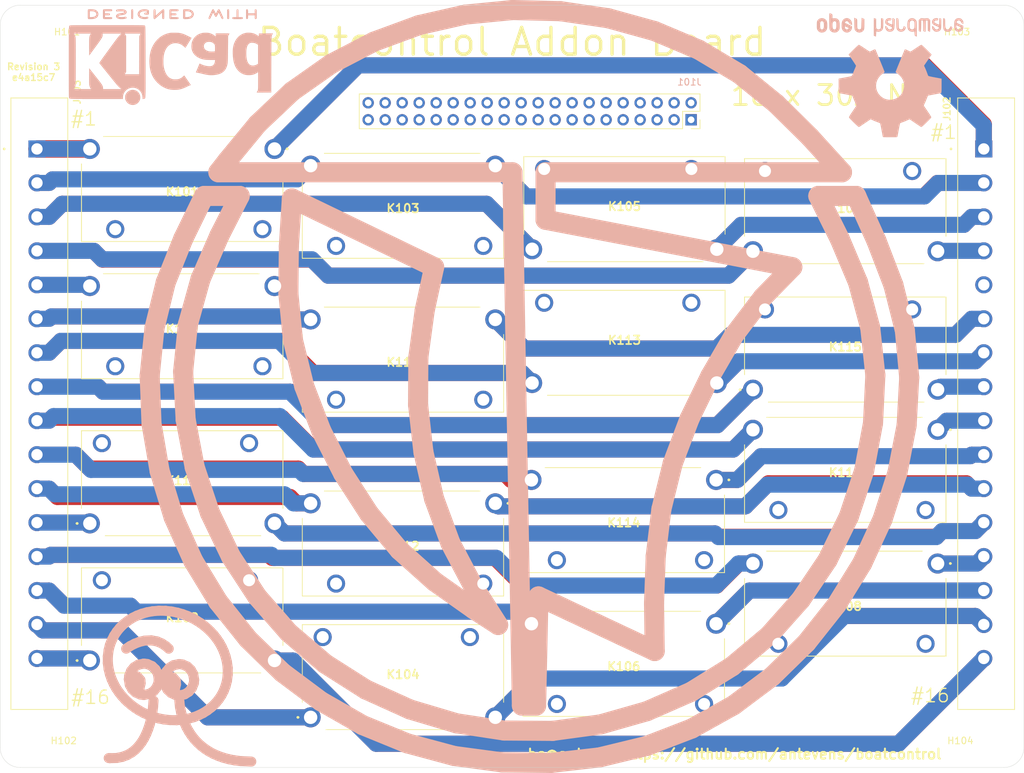
<source format=kicad_pcb>
(kicad_pcb (version 20171130) (host pcbnew "(5.1.12)-1")
  (title_block (title "BoatControl Non-latching Relay Addon Board") (date 2021-04-09) (rev 2) (company Rugludallur) (comment 1 "16x 30A NO  Relay Addon board for Boatcontrol") (comment 2 https://github.com/antevens/boatcontrol/addon/CommonCathode60A) (comment 3 a@ant.st) (comment 4 e4a15c7d5454532087f6000c5f26d57cda012915))
  (layers (0 F.Cu power) (1 In1.Cu signal) (2 In2.Cu signal) (31 B.Cu power) (34 B.Paste user hide) (35 F.Paste user hide) (36 B.SilkS user hide) (37 F.SilkS user hide) (38 B.Mask user hide) (39 F.Mask user hide) (44 Edge.Cuts user))
  (net 0 "")
  (net 1 GND)
  (net 2 /K8_COIL_ON)
  (net 3 /K3_COIL_ON)
  (net 4 /K7_COIL_ON)
  (net 5 /K6_COIL_ON)
  (net 6 /K1_COIL_ON)
  (net 7 /K5_COIL_ON)
  (net 8 /K4_COIL_ON)
  (net 9 /K2_COIL_ON)
  (net 10 /K16_COIL_ON)
  (net 11 /K15_COIL_ON)
  (net 12 /K14_COIL_ON)
  (net 13 /K13_COIL_ON)
  (net 14 /K12_COIL_ON)
  (net 15 /K11_COIL_ON)
  (net 16 /K10_COIL_ON)
  (net 17 /K9_COIL_ON)
  (net 18 "Net-(J102-Pad1)")
  (net 19 "Net-(J102-Pad2)")
  (net 20 "Net-(J102-Pad3)")
  (net 21 "Net-(J102-Pad4)")
  (net 22 "Net-(J102-Pad5)")
  (net 23 "Net-(J102-Pad6)")
  (net 24 "Net-(J102-Pad7)")
  (net 25 "Net-(J102-Pad8)")
  (net 26 "Net-(J102-Pad9)")
  (net 27 "Net-(J102-Pad10)")
  (net 28 "Net-(J102-Pad11)")
  (net 29 "Net-(J102-Pad12)")
  (net 30 "Net-(J102-Pad13)")
  (net 31 "Net-(J102-Pad14)")
  (net 32 "Net-(J102-Pad15)")
  (net 33 "Net-(J102-Pad16)")
  (net 34 "Net-(J103-Pad1)")
  (net 35 "Net-(J103-Pad2)")
  (net 36 "Net-(J103-Pad3)")
  (net 37 "Net-(J103-Pad4)")
  (net 38 "Net-(J103-Pad5)")
  (net 39 "Net-(J103-Pad6)")
  (net 40 "Net-(J103-Pad7)")
  (net 41 "Net-(J103-Pad8)")
  (net 42 "Net-(J103-Pad9)")
  (net 43 "Net-(J103-Pad10)")
  (net 44 "Net-(J103-Pad11)")
  (net 45 "Net-(J103-Pad12)")
  (net 46 "Net-(J103-Pad13)")
  (net 47 "Net-(J103-Pad14)")
  (net 48 "Net-(J103-Pad15)")
  (net 49 "Net-(J103-Pad16)")
  (module BoatControl:CUI_TBP01R2W-508-16BE (layer F.Cu) (at 55.5 44.5 270)
    (fp_text reference J103 (at -8.5 -6 90) (layer F.SilkS) (effects (font (thickness 0.2))))
    (fp_text value TBP01R2W-508-16BE)
    (pad 1 thru_hole rect (at 0 0 270) (size 2.55 2.55) (drill 1.7) (layers *.Cu *.Mask) (net 34 "Net-(J103-Pad1)"))
    (pad 2 thru_hole circle (at 5.08 0 270) (size 2.55 2.55) (drill 1.7) (layers *.Cu *.Mask) (net 35 "Net-(J103-Pad2)"))
    (pad 3 thru_hole circle (at 10.16 0 270) (size 2.55 2.55) (drill 1.7) (layers *.Cu *.Mask) (net 36 "Net-(J103-Pad3)"))
    (pad 4 thru_hole circle (at 15.24 0 270) (size 2.55 2.55) (drill 1.7) (layers *.Cu *.Mask) (net 37 "Net-(J103-Pad4)"))
    (pad 5 thru_hole circle (at 20.32 0 270) (size 2.55 2.55) (drill 1.7) (layers *.Cu *.Mask) (net 38 "Net-(J103-Pad5)"))
    (pad 6 thru_hole circle (at 25.4 0 270) (size 2.55 2.55) (drill 1.7) (layers *.Cu *.Mask) (net 39 "Net-(J103-Pad6)"))
    (pad 7 thru_hole circle (at 30.48 0 270) (size 2.55 2.55) (drill 1.7) (layers *.Cu *.Mask) (net 40 "Net-(J103-Pad7)"))
    (pad 8 thru_hole circle (at 35.56 0 270) (size 2.55 2.55) (drill 1.7) (layers *.Cu *.Mask) (net 41 "Net-(J103-Pad8)"))
    (pad 9 thru_hole circle (at 40.64 0 270) (size 2.55 2.55) (drill 1.7) (layers *.Cu *.Mask) (net 42 "Net-(J103-Pad9)"))
    (pad 10 thru_hole circle (at 45.72 0 270) (size 2.55 2.55) (drill 1.7) (layers *.Cu *.Mask) (net 43 "Net-(J103-Pad10)"))
    (pad 11 thru_hole circle (at 50.8 0 270) (size 2.55 2.55) (drill 1.7) (layers *.Cu *.Mask) (net 44 "Net-(J103-Pad11)"))
    (pad 12 thru_hole circle (at 55.88 0 270) (size 2.55 2.55) (drill 1.7) (layers *.Cu *.Mask) (net 45 "Net-(J103-Pad12)"))
    (pad 13 thru_hole circle (at 60.96 0 270) (size 2.55 2.55) (drill 1.7) (layers *.Cu *.Mask) (net 46 "Net-(J103-Pad13)"))
    (pad 14 thru_hole circle (at 66.04 0 270) (size 2.55 2.55) (drill 1.7) (layers *.Cu *.Mask) (net 47 "Net-(J103-Pad14)"))
    (pad 15 thru_hole circle (at 71.12 0 270) (size 2.55 2.55) (drill 1.7) (layers *.Cu *.Mask) (net 48 "Net-(J103-Pad15)"))
    (pad 16 thru_hole circle (at 76.2 0 270) (size 2.55 2.55) (drill 1.7) (layers *.Cu *.Mask) (net 49 "Net-(J103-Pad16)"))
  )
  (module BoatControl:CUI_TBP01R2W-508-16BE (layer F.Cu) (at 197 44.5 270)
    (fp_text reference J102 (at -6 5.5 90) (layer F.SilkS) (effects (font (thickness 0.2))))
    (fp_text value TBP01R2W-508-16BE)
    (pad 1 thru_hole rect (at 0 0 270) (size 2.55 2.55) (drill 1.7) (layers *.Cu *.Mask) (net 18 "Net-(J102-Pad1)"))
    (pad 2 thru_hole circle (at 5.08 0 270) (size 2.55 2.55) (drill 1.7) (layers *.Cu *.Mask) (net 19 "Net-(J102-Pad2)"))
    (pad 3 thru_hole circle (at 10.16 0 270) (size 2.55 2.55) (drill 1.7) (layers *.Cu *.Mask) (net 20 "Net-(J102-Pad3)"))
    (pad 4 thru_hole circle (at 15.24 0 270) (size 2.55 2.55) (drill 1.7) (layers *.Cu *.Mask) (net 21 "Net-(J102-Pad4)"))
    (pad 5 thru_hole circle (at 20.32 0 270) (size 2.55 2.55) (drill 1.7) (layers *.Cu *.Mask))
    (pad 6 thru_hole circle (at 25.4 0 270) (size 2.55 2.55) (drill 1.7) (layers *.Cu *.Mask) (net 23 "Net-(J102-Pad6)"))
    (pad 7 thru_hole circle (at 30.48 0 270) (size 2.55 2.55) (drill 1.7) (layers *.Cu *.Mask) (net 24 "Net-(J102-Pad7)"))
    (pad 8 thru_hole circle (at 35.56 0 270) (size 2.55 2.55) (drill 1.7) (layers *.Cu *.Mask) (net 25 "Net-(J102-Pad8)"))
    (pad 9 thru_hole circle (at 40.64 0 270) (size 2.55 2.55) (drill 1.7) (layers *.Cu *.Mask) (net 26 "Net-(J102-Pad9)"))
    (pad 10 thru_hole circle (at 45.72 0 270) (size 2.55 2.55) (drill 1.7) (layers *.Cu *.Mask) (net 27 "Net-(J102-Pad10)"))
    (pad 11 thru_hole circle (at 50.8 0 270) (size 2.55 2.55) (drill 1.7) (layers *.Cu *.Mask) (net 28 "Net-(J102-Pad11)"))
    (pad 12 thru_hole circle (at 55.88 0 270) (size 2.55 2.55) (drill 1.7) (layers *.Cu *.Mask) (net 29 "Net-(J102-Pad12)"))
    (pad 13 thru_hole circle (at 60.96 0 270) (size 2.55 2.55) (drill 1.7) (layers *.Cu *.Mask) (net 30 "Net-(J102-Pad13)"))
    (pad 14 thru_hole circle (at 66.04 0 270) (size 2.55 2.55) (drill 1.7) (layers *.Cu *.Mask) (net 31 "Net-(J102-Pad14)"))
    (pad 15 thru_hole circle (at 71.12 0 270) (size 2.55 2.55) (drill 1.7) (layers *.Cu *.Mask) (net 32 "Net-(J102-Pad15)"))
    (pad 16 thru_hole circle (at 76.2 0 270) (size 2.55 2.55) (drill 1.7) (layers *.Cu *.Mask) (net 33 "Net-(J102-Pad16)"))
  )
  (module BoatControl:ALFG2PF121 (layer F.Cu) (at 190.1 86.5 180)
    (fp_text reference K116 (at 13.8 -6.4) (layer F.SilkS) (effects (font (size 1.27 1.27) (thickness 0.254))))
    (fp_text value ALFG2PF121 hide)
    (pad 1 thru_hole circle (at 0 0 180) (size 3 3) (drill 2) (layers *.Cu *.Mask) (net 26 "Net-(J102-Pad9)"))
    (pad 2 thru_hole circle (at 27.6 0 180) (size 3 3) (drill 2) (layers *.Cu *.Mask) (net 42 "Net-(J103-Pad9)"))
    (pad 3 thru_hole circle (at 23.8 -12 180) (size 2.7 2.7) (drill 1.8) (layers *.Cu *.Mask) (net 1 GND))
    (pad 4 thru_hole circle (at 1.8 -12 180) (size 2.7 2.7) (drill 1.8) (layers *.Cu *.Mask) (net 17 /K9_COIL_ON))
  )
  (module BoatControl:ALFG2PF121 (layer F.Cu) (at 162.5 80.5)
    (fp_text reference K115 (at 13.8 -6.4) (layer F.SilkS) (effects (font (size 1.27 1.27) (thickness 0.254))))
    (fp_text value ALFG2PF121 hide)
    (pad 1 thru_hole circle (at 0 0) (size 3 3) (drill 2) (layers *.Cu *.Mask) (net 41 "Net-(J103-Pad8)"))
    (pad 2 thru_hole circle (at 27.6 0) (size 3 3) (drill 2) (layers *.Cu *.Mask) (net 25 "Net-(J102-Pad8)"))
    (pad 3 thru_hole circle (at 23.8 -12) (size 2.7 2.7) (drill 1.8) (layers *.Cu *.Mask) (net 2 /K8_COIL_ON))
    (pad 4 thru_hole circle (at 1.8 -12) (size 2.7 2.7) (drill 1.8) (layers *.Cu *.Mask) (net 1 GND))
  )
  (module BoatControl:ALFG2PF121 (layer F.Cu) (at 157 94 180)
    (fp_text reference K114 (at 13.8 -6.4) (layer F.SilkS) (effects (font (size 1.27 1.27) (thickness 0.254))))
    (fp_text value ALFG2PF121 hide)
    (pad 1 thru_hole circle (at 0 0 180) (size 3 3) (drill 2) (layers *.Cu *.Mask) (net 27 "Net-(J102-Pad10)"))
    (pad 2 thru_hole circle (at 27.6 0 180) (size 3 3) (drill 2) (layers *.Cu *.Mask) (net 43 "Net-(J103-Pad10)"))
    (pad 3 thru_hole circle (at 23.8 -12 180) (size 2.7 2.7) (drill 1.8) (layers *.Cu *.Mask) (net 1 GND))
    (pad 4 thru_hole circle (at 1.8 -12 180) (size 2.7 2.7) (drill 1.8) (layers *.Cu *.Mask) (net 16 /K10_COIL_ON))
  )
  (module BoatControl:ALFG2PF121 (layer F.Cu) (at 129.5 79.5)
    (fp_text reference K113 (at 13.8 -6.4) (layer F.SilkS) (effects (font (size 1.27 1.27) (thickness 0.254))))
    (fp_text value ALFG2PF121 hide)
    (pad 1 thru_hole circle (at 0 0) (size 3 3) (drill 2) (layers *.Cu *.Mask) (net 40 "Net-(J103-Pad7)"))
    (pad 2 thru_hole circle (at 27.6 0) (size 3 3) (drill 2) (layers *.Cu *.Mask) (net 24 "Net-(J102-Pad7)"))
    (pad 3 thru_hole circle (at 23.8 -12) (size 2.7 2.7) (drill 1.8) (layers *.Cu *.Mask) (net 4 /K7_COIL_ON))
    (pad 4 thru_hole circle (at 1.8 -12) (size 2.7 2.7) (drill 1.8) (layers *.Cu *.Mask) (net 1 GND))
  )
  (module BoatControl:ALFG2PF121 (layer F.Cu) (at 124 97.5 180)
    (fp_text reference K112 (at 13.8 -6.4) (layer F.SilkS) (effects (font (size 1.27 1.27) (thickness 0.254))))
    (fp_text value ALFG2PF121 hide)
    (pad 1 thru_hole circle (at 0 0 180) (size 3 3) (drill 2) (layers *.Cu *.Mask) (net 28 "Net-(J102-Pad11)"))
    (pad 2 thru_hole circle (at 27.6 0 180) (size 3 3) (drill 2) (layers *.Cu *.Mask) (net 44 "Net-(J103-Pad11)"))
    (pad 3 thru_hole circle (at 23.8 -12 180) (size 2.7 2.7) (drill 1.8) (layers *.Cu *.Mask) (net 1 GND))
    (pad 4 thru_hole circle (at 1.8 -12 180) (size 2.7 2.7) (drill 1.8) (layers *.Cu *.Mask) (net 15 /K11_COIL_ON))
  )
  (module BoatControl:ALFG2PF121 (layer F.Cu) (at 124 70 180)
    (fp_text reference K111 (at 13.8 -6.4) (layer F.SilkS) (effects (font (size 1.27 1.27) (thickness 0.254))))
    (fp_text value ALFG2PF121 hide)
    (pad 1 thru_hole circle (at 0 0 180) (size 3 3) (drill 2) (layers *.Cu *.Mask) (net 23 "Net-(J102-Pad6)"))
    (pad 2 thru_hole circle (at 27.6 0 180) (size 3 3) (drill 2) (layers *.Cu *.Mask) (net 39 "Net-(J103-Pad6)"))
    (pad 3 thru_hole circle (at 23.8 -12 180) (size 2.7 2.7) (drill 1.8) (layers *.Cu *.Mask) (net 1 GND))
    (pad 4 thru_hole circle (at 1.8 -12 180) (size 2.7 2.7) (drill 1.8) (layers *.Cu *.Mask) (net 5 /K6_COIL_ON))
  )
  (module BoatControl:ALFG2PF121 (layer F.Cu) (at 63.4 100.5)
    (fp_text reference K110 (at 13.8 -6.4) (layer F.SilkS) (effects (font (size 1.27 1.27) (thickness 0.254))))
    (fp_text value ALFG2PF121 hide)
    (pad 1 thru_hole circle (at 0 0) (size 3 3) (drill 2) (layers *.Cu *.Mask) (net 45 "Net-(J103-Pad12)"))
    (pad 2 thru_hole circle (at 27.6 0) (size 3 3) (drill 2) (layers *.Cu *.Mask) (net 29 "Net-(J102-Pad12)"))
    (pad 3 thru_hole circle (at 23.8 -12) (size 2.7 2.7) (drill 1.8) (layers *.Cu *.Mask) (net 14 /K12_COIL_ON))
    (pad 4 thru_hole circle (at 1.8 -12) (size 2.7 2.7) (drill 1.8) (layers *.Cu *.Mask) (net 1 GND))
  )
  (module BoatControl:ALFG2PF121 (layer F.Cu) (at 91 65 180)
    (fp_text reference K109 (at 13.8 -6.4) (layer F.SilkS) (effects (font (size 1.27 1.27) (thickness 0.254))))
    (fp_text value ALFG2PF121 hide)
    (pad 1 thru_hole circle (at 0 0 180) (size 3 3) (drill 2) (layers *.Cu *.Mask) (net 22 "Net-(J102-Pad5)"))
    (pad 2 thru_hole circle (at 27.6 0 180) (size 3 3) (drill 2) (layers *.Cu *.Mask) (net 38 "Net-(J103-Pad5)"))
    (pad 3 thru_hole circle (at 23.8 -12 180) (size 2.7 2.7) (drill 1.8) (layers *.Cu *.Mask) (net 1 GND))
    (pad 4 thru_hole circle (at 1.8 -12 180) (size 2.7 2.7) (drill 1.8) (layers *.Cu *.Mask) (net 7 /K5_COIL_ON))
  )
  (module BoatControl:ALFG2PF121 (layer F.Cu) (at 190.1 106.5 180)
    (fp_text reference K108 (at 13.8 -6.4) (layer F.SilkS) (effects (font (size 1.27 1.27) (thickness 0.254))))
    (fp_text value ALFG2PF121 hide)
    (pad 1 thru_hole circle (at 0 0 180) (size 3 3) (drill 2) (layers *.Cu *.Mask) (net 30 "Net-(J102-Pad13)"))
    (pad 2 thru_hole circle (at 27.6 0 180) (size 3 3) (drill 2) (layers *.Cu *.Mask) (net 46 "Net-(J103-Pad13)"))
    (pad 3 thru_hole circle (at 23.8 -12 180) (size 2.7 2.7) (drill 1.8) (layers *.Cu *.Mask) (net 1 GND))
    (pad 4 thru_hole circle (at 1.8 -12 180) (size 2.7 2.7) (drill 1.8) (layers *.Cu *.Mask) (net 13 /K13_COIL_ON))
  )
  (module BoatControl:ALFG2PF121 (layer F.Cu) (at 162.5 59.8)
    (fp_text reference K107 (at 13.8 -6.4) (layer F.SilkS) (effects (font (size 1.27 1.27) (thickness 0.254))))
    (fp_text value ALFG2PF121 hide)
    (pad 1 thru_hole circle (at 0 0) (size 3 3) (drill 2) (layers *.Cu *.Mask) (net 37 "Net-(J103-Pad4)"))
    (pad 2 thru_hole circle (at 27.6 0) (size 3 3) (drill 2) (layers *.Cu *.Mask) (net 21 "Net-(J102-Pad4)"))
    (pad 3 thru_hole circle (at 23.8 -12) (size 2.7 2.7) (drill 1.8) (layers *.Cu *.Mask) (net 8 /K4_COIL_ON))
    (pad 4 thru_hole circle (at 1.8 -12) (size 2.7 2.7) (drill 1.8) (layers *.Cu *.Mask) (net 1 GND))
  )
  (module BoatControl:ALFG2PF121 (layer F.Cu) (at 157 115.5 180)
    (fp_text reference K106 (at 13.8 -6.4) (layer F.SilkS) (effects (font (size 1.27 1.27) (thickness 0.254))))
    (fp_text value ALFG2PF121 hide)
    (pad 1 thru_hole circle (at 0 0 180) (size 3 3) (drill 2) (layers *.Cu *.Mask) (net 31 "Net-(J102-Pad14)"))
    (pad 2 thru_hole circle (at 27.6 0 180) (size 3 3) (drill 2) (layers *.Cu *.Mask) (net 47 "Net-(J103-Pad14)"))
    (pad 3 thru_hole circle (at 23.8 -12 180) (size 2.7 2.7) (drill 1.8) (layers *.Cu *.Mask) (net 1 GND))
    (pad 4 thru_hole circle (at 1.8 -12 180) (size 2.7 2.7) (drill 1.8) (layers *.Cu *.Mask) (net 12 /K14_COIL_ON))
  )
  (module BoatControl:ALFG2PF121 (layer F.Cu) (at 129.5 59.5)
    (fp_text reference K105 (at 13.8 -6.4) (layer F.SilkS) (effects (font (size 1.27 1.27) (thickness 0.254))))
    (fp_text value ALFG2PF121 hide)
    (pad 1 thru_hole circle (at 0 0) (size 3 3) (drill 2) (layers *.Cu *.Mask) (net 36 "Net-(J103-Pad3)"))
    (pad 2 thru_hole circle (at 27.6 0) (size 3 3) (drill 2) (layers *.Cu *.Mask) (net 20 "Net-(J102-Pad3)"))
    (pad 3 thru_hole circle (at 23.8 -12) (size 2.7 2.7) (drill 1.8) (layers *.Cu *.Mask) (net 3 /K3_COIL_ON))
    (pad 4 thru_hole circle (at 1.8 -12) (size 2.7 2.7) (drill 1.8) (layers *.Cu *.Mask) (net 1 GND))
  )
  (module BoatControl:ALFG2PF121 (layer F.Cu) (at 96.4 129.5)
    (fp_text reference K104 (at 13.8 -6.4) (layer F.SilkS) (effects (font (size 1.27 1.27) (thickness 0.254))))
    (fp_text value ALFG2PF121 hide)
    (pad 1 thru_hole circle (at 0 0) (size 3 3) (drill 2) (layers *.Cu *.Mask) (net 48 "Net-(J103-Pad15)"))
    (pad 2 thru_hole circle (at 27.6 0) (size 3 3) (drill 2) (layers *.Cu *.Mask) (net 32 "Net-(J102-Pad15)"))
    (pad 3 thru_hole circle (at 23.8 -12) (size 2.7 2.7) (drill 1.8) (layers *.Cu *.Mask) (net 11 /K15_COIL_ON))
    (pad 4 thru_hole circle (at 1.8 -12) (size 2.7 2.7) (drill 1.8) (layers *.Cu *.Mask) (net 1 GND))
  )
  (module BoatControl:ALFG2PF121 (layer F.Cu) (at 124 47 180)
    (fp_text reference K103 (at 13.8 -6.4) (layer F.SilkS) (effects (font (size 1.27 1.27) (thickness 0.254))))
    (fp_text value ALFG2PF121 hide)
    (pad 1 thru_hole circle (at 0 0 180) (size 3 3) (drill 2) (layers *.Cu *.Mask) (net 19 "Net-(J102-Pad2)"))
    (pad 2 thru_hole circle (at 27.6 0 180) (size 3 3) (drill 2) (layers *.Cu *.Mask) (net 35 "Net-(J103-Pad2)"))
    (pad 3 thru_hole circle (at 23.8 -12 180) (size 2.7 2.7) (drill 1.8) (layers *.Cu *.Mask) (net 1 GND))
    (pad 4 thru_hole circle (at 1.8 -12 180) (size 2.7 2.7) (drill 1.8) (layers *.Cu *.Mask) (net 9 /K2_COIL_ON))
  )
  (module BoatControl:ALFG2PF121 (layer F.Cu) (at 63.4 121)
    (fp_text reference K102 (at 13.8 -6.4) (layer F.SilkS) (effects (font (size 1.27 1.27) (thickness 0.254))))
    (fp_text value ALFG2PF121 hide)
    (pad 1 thru_hole circle (at 0 0) (size 3 3) (drill 2) (layers *.Cu *.Mask) (net 49 "Net-(J103-Pad16)"))
    (pad 2 thru_hole circle (at 27.6 0) (size 3 3) (drill 2) (layers *.Cu *.Mask) (net 33 "Net-(J102-Pad16)"))
    (pad 3 thru_hole circle (at 23.8 -12) (size 2.7 2.7) (drill 1.8) (layers *.Cu *.Mask) (net 10 /K16_COIL_ON))
    (pad 4 thru_hole circle (at 1.8 -12) (size 2.7 2.7) (drill 1.8) (layers *.Cu *.Mask) (net 1 GND))
  )
  (module BoatControl:ALFG2PF121 (layer F.Cu) (at 91 44.5 180)
    (fp_text reference K101 (at 13.8 -6.4) (layer F.SilkS) (effects (font (size 1.27 1.27) (thickness 0.254))))
    (fp_text value ALFG2PF121 hide)
    (pad 1 thru_hole circle (at 0 0 180) (size 3 3) (drill 2) (layers *.Cu *.Mask) (net 18 "Net-(J102-Pad1)"))
    (pad 2 thru_hole circle (at 27.6 0 180) (size 3 3) (drill 2) (layers *.Cu *.Mask) (net 34 "Net-(J103-Pad1)"))
    (pad 3 thru_hole circle (at 23.8 -12 180) (size 2.7 2.7) (drill 1.8) (layers *.Cu *.Mask) (net 1 GND))
    (pad 4 thru_hole circle (at 1.8 -12 180) (size 2.7 2.7) (drill 1.8) (layers *.Cu *.Mask) (net 6 /K1_COIL_ON))
  )
  (module Symbol:KiCad-Logo2_12mm_SilkScreen (layer B.Cu) (at 75.5 32)
    (fp_text reference LOGO101 hide)
    (fp_text value Logo_Open_Hardware_Large hide)
  )
  (module BoatControl:Rugludallur-Logo_SilkScreen (layer B.Cu) (at 127 80)
    (fp_text reference G101 hide)
    (fp_text value LOGO_RUGLUDALLUR hide)
  )
  (module BoatControl:Ant_Logo_SilkScreen (layer B.Cu) (at 74.8 121)
    (fp_text reference G102 hide)
    (fp_text value LOGO_ANT hide)
  )
  (module Connector_PinSocket_2.54mm:PinSocket_2x20_P2.54mm_Vertical (layer F.Cu) (at 153.26 40.14 270)
    (fp_text reference J101 (at -5.64 0.26 180) (layer B.SilkS) (effects (justify mirror)))
    (fp_text value "Conn_02x20_Odd_Even Header" hide)
    (pad 40 thru_hole oval (at -2.54 48.26 270) (size 1.7 1.7) (drill 1) (layers *.Cu *.Mask) (net 1 GND))
    (pad 39 thru_hole oval (at 0 48.26 270) (size 1.7 1.7) (drill 1) (layers *.Cu *.Mask) (net 1 GND))
    (pad 38 thru_hole oval (at -2.54 45.72 270) (size 1.7 1.7) (drill 1) (layers *.Cu *.Mask) (net 1 GND))
    (pad 37 thru_hole oval (at 0 45.72 270) (size 1.7 1.7) (drill 1) (layers *.Cu *.Mask) (net 1 GND))
    (pad 36 thru_hole oval (at -2.54 43.18 270) (size 1.7 1.7) (drill 1) (layers *.Cu *.Mask) (net 1 GND))
    (pad 35 thru_hole oval (at 0 43.18 270) (size 1.7 1.7) (drill 1) (layers *.Cu *.Mask) (net 1 GND))
    (pad 34 thru_hole oval (at -2.54 40.64 270) (size 1.7 1.7) (drill 1) (layers *.Cu *.Mask) (net 1 GND))
    (pad 33 thru_hole oval (at 0 40.64 270) (size 1.7 1.7) (drill 1) (layers *.Cu *.Mask) (net 1 GND))
    (pad 32 thru_hole oval (at -2.54 38.1 270) (size 1.7 1.7) (drill 1) (layers *.Cu *.Mask) (net 10 /K16_COIL_ON))
    (pad 31 thru_hole oval (at 0 38.1 270) (size 1.7 1.7) (drill 1) (layers *.Cu *.Mask) (net 10 /K16_COIL_ON))
    (pad 30 thru_hole oval (at -2.54 35.56 270) (size 1.7 1.7) (drill 1) (layers *.Cu *.Mask) (net 11 /K15_COIL_ON))
    (pad 29 thru_hole oval (at 0 35.56 270) (size 1.7 1.7) (drill 1) (layers *.Cu *.Mask) (net 11 /K15_COIL_ON))
    (pad 28 thru_hole oval (at -2.54 33.02 270) (size 1.7 1.7) (drill 1) (layers *.Cu *.Mask) (net 12 /K14_COIL_ON))
    (pad 27 thru_hole oval (at 0 33.02 270) (size 1.7 1.7) (drill 1) (layers *.Cu *.Mask) (net 12 /K14_COIL_ON))
    (pad 26 thru_hole oval (at -2.54 30.48 270) (size 1.7 1.7) (drill 1) (layers *.Cu *.Mask) (net 13 /K13_COIL_ON))
    (pad 25 thru_hole oval (at 0 30.48 270) (size 1.7 1.7) (drill 1) (layers *.Cu *.Mask) (net 13 /K13_COIL_ON))
    (pad 24 thru_hole oval (at -2.54 27.94 270) (size 1.7 1.7) (drill 1) (layers *.Cu *.Mask) (net 14 /K12_COIL_ON))
    (pad 23 thru_hole oval (at 0 27.94 270) (size 1.7 1.7) (drill 1) (layers *.Cu *.Mask) (net 14 /K12_COIL_ON))
    (pad 22 thru_hole oval (at -2.54 25.4 270) (size 1.7 1.7) (drill 1) (layers *.Cu *.Mask) (net 15 /K11_COIL_ON))
    (pad 21 thru_hole oval (at 0 25.4 270) (size 1.7 1.7) (drill 1) (layers *.Cu *.Mask) (net 15 /K11_COIL_ON))
    (pad 20 thru_hole oval (at -2.54 22.86 270) (size 1.7 1.7) (drill 1) (layers *.Cu *.Mask) (net 16 /K10_COIL_ON))
    (pad 19 thru_hole oval (at 0 22.86 270) (size 1.7 1.7) (drill 1) (layers *.Cu *.Mask) (net 16 /K10_COIL_ON))
    (pad 18 thru_hole oval (at -2.54 20.32 270) (size 1.7 1.7) (drill 1) (layers *.Cu *.Mask) (net 17 /K9_COIL_ON))
    (pad 17 thru_hole oval (at 0 20.32 270) (size 1.7 1.7) (drill 1) (layers *.Cu *.Mask) (net 17 /K9_COIL_ON))
    (pad 16 thru_hole oval (at -2.54 17.78 270) (size 1.7 1.7) (drill 1) (layers *.Cu *.Mask) (net 2 /K8_COIL_ON))
    (pad 15 thru_hole oval (at 0 17.78 270) (size 1.7 1.7) (drill 1) (layers *.Cu *.Mask) (net 2 /K8_COIL_ON))
    (pad 14 thru_hole oval (at -2.54 15.24 270) (size 1.7 1.7) (drill 1) (layers *.Cu *.Mask) (net 4 /K7_COIL_ON))
    (pad 13 thru_hole oval (at 0 15.24 270) (size 1.7 1.7) (drill 1) (layers *.Cu *.Mask) (net 4 /K7_COIL_ON))
    (pad 12 thru_hole oval (at -2.54 12.7 270) (size 1.7 1.7) (drill 1) (layers *.Cu *.Mask) (net 5 /K6_COIL_ON))
    (pad 11 thru_hole oval (at 0 12.7 270) (size 1.7 1.7) (drill 1) (layers *.Cu *.Mask) (net 5 /K6_COIL_ON))
    (pad 10 thru_hole oval (at -2.54 10.16 270) (size 1.7 1.7) (drill 1) (layers *.Cu *.Mask) (net 7 /K5_COIL_ON))
    (pad 9 thru_hole oval (at 0 10.16 270) (size 1.7 1.7) (drill 1) (layers *.Cu *.Mask) (net 7 /K5_COIL_ON))
    (pad 8 thru_hole oval (at -2.54 7.62 270) (size 1.7 1.7) (drill 1) (layers *.Cu *.Mask) (net 8 /K4_COIL_ON))
    (pad 7 thru_hole oval (at 0 7.62 270) (size 1.7 1.7) (drill 1) (layers *.Cu *.Mask) (net 8 /K4_COIL_ON))
    (pad 6 thru_hole oval (at -2.54 5.08 270) (size 1.7 1.7) (drill 1) (layers *.Cu *.Mask) (net 3 /K3_COIL_ON))
    (pad 5 thru_hole oval (at 0 5.08 270) (size 1.7 1.7) (drill 1) (layers *.Cu *.Mask) (net 3 /K3_COIL_ON))
    (pad 4 thru_hole oval (at -2.54 2.54 270) (size 1.7 1.7) (drill 1) (layers *.Cu *.Mask) (net 9 /K2_COIL_ON))
    (pad 3 thru_hole oval (at 0 2.54 270) (size 1.7 1.7) (drill 1) (layers *.Cu *.Mask) (net 9 /K2_COIL_ON))
    (pad 2 thru_hole oval (at -2.54 0 270) (size 1.7 1.7) (drill 1) (layers *.Cu *.Mask) (net 6 /K1_COIL_ON))
    (pad 1 thru_hole rect (at 0 0 270) (size 1.7 1.7) (drill 1) (layers *.Cu *.Mask) (net 6 /K1_COIL_ON))
  )
  (module Symbol:OSHW-Logo2_24.3x20mm_SilkScreen (layer B.Cu) (at 183 33.5)
    (fp_text reference LOGO102 hide)
    (fp_text value Logo_Open_Hardware_Large hide)
  )
  (module MountingHole:MountingHole_3mm (layer F.Cu) (at 199 133)
    (fp_text reference H104 (at -5.5 0) (layer F.SilkS))
    (fp_text value MountingHole)
    (pad 1 np_thru_hole circle (at 0 0) (size 3 3) (drill 3) (layers *.Cu *.Mask))
  )
  (module MountingHole:MountingHole_3mm (layer F.Cu) (at 199 27)
    (fp_text reference H103 (at -6 0) (layer F.SilkS))
    (fp_text value MountingHole)
    (pad 1 np_thru_hole circle (at 0 0) (size 3 3) (drill 3) (layers *.Cu *.Mask))
  )
  (module MountingHole:MountingHole_3mm (layer F.Cu) (at 54 133)
    (fp_text reference H102 (at 5.5 0) (layer F.SilkS))
    (fp_text value MountingHole)
    (pad 1 np_thru_hole circle (at 0 0) (size 3 3) (drill 3) (layers *.Cu *.Mask))
  )
  (module MountingHole:MountingHole_3mm (layer F.Cu) (at 54 27)
    (fp_text reference H101 (at 6 0) (layer F.SilkS))
    (fp_text value MountingHole)
    (pad 1 np_thru_hole circle (at 0 0) (size 3 3) (drill 3) (layers *.Cu *.Mask))
  )
  (gr_text "#16" (at 189 126.25) (layer F.SilkS) (effects (font (size 2 2) (thickness 0.2))))
  (gr_text "#16" (at 63.5 126.5) (layer F.SilkS) (effects (font (size 2 2) (thickness 0.2))))
  (gr_text "#1" (at 191 42) (layer F.SilkS) (effects (font (size 2 2) (thickness 0.2))))
  (gr_text "#1" (at 62.5 40) (layer F.SilkS) (effects (font (size 2 2) (thickness 0.2))))
  (gr_text "16 x 30A NO" (at 174 36.5) (layer F.SilkS) (effects (font (size 3 3) (thickness 0.4))))
  (gr_text "Boatcontrol Addon Board" (at 126.5 28.5) (layer F.SilkS) (effects (font (size 4 4) (thickness 0.5))))
  (gr_text "Revision 3\ne4a15c7" (at 55 33) (layer F.SilkS) (effects (font (size 1 1) (thickness 0.2))))
  (gr_text https://github.com/antevens/boatcontrol (at 166.8 135) (layer F.SilkS) (effects (font (size 1.5 1.5) (thickness 0.3))))
  (gr_text bc@ant.st (at 134.3 135) (layer F.SilkS) (effects (font (size 1.5 1.5) (thickness 0.3))))
  (gr_line (start 203 134) (end 203 26) (layer Edge.Cuts) (width 0.05))
  (gr_line (start 53 137) (end 200 137) (layer Edge.Cuts) (width 0.05))
  (gr_line (start 50 26) (end 50 134) (layer Edge.Cuts) (width 0.05))
  (gr_line (start 200 23) (end 53 23) (layer Edge.Cuts) (width 0.05))
  (gr_arc (start 53 134) (end 50 134) (angle -90) (layer Edge.Cuts) (width 0.05))
  (gr_arc (start 53 26) (end 53 23) (angle -90) (layer Edge.Cuts) (width 0.05))
  (gr_arc (start 200 26) (end 203 26) (angle -90) (layer Edge.Cuts) (width 0.05))
  (gr_arc (start 200 134) (end 200 137) (angle -90) (layer Edge.Cuts) (width 0.05))
  (segment (start 197 44.5) (end 197 41) (width 2.4) (layer B.Cu) (net 18))
  (segment (start 197 41) (end 188 32) (width 2.4) (layer B.Cu) (net 18))
  (segment (start 188 32) (end 103.5 32) (width 2.4) (layer B.Cu) (net 18))
  (segment (start 103.5 32) (end 91 44.5) (width 2.4) (layer B.Cu) (net 18))
  (segment (start 197 44.5) (end 197 40.825) (width 2.4) (layer F.Cu) (net 18))
  (segment (start 197 40.825) (end 188.175 32) (width 2.4) (layer F.Cu) (net 18))
  (segment (start 188.175 32) (end 103.5 32) (width 2.4) (layer F.Cu) (net 18))
  (segment (start 103.5 32) (end 91 44.5) (width 2.4) (layer F.Cu) (net 18))
  (segment (start 197 49.58) (end 190.144 49.58) (width 2.4) (layer B.Cu) (net 19))
  (segment (start 190.144 49.58) (end 188.124 51.6) (width 2.4) (layer B.Cu) (net 19))
  (segment (start 188.124 51.6) (end 128.6 51.6) (width 2.4) (layer B.Cu) (net 19))
  (segment (start 128.6 51.6) (end 124 47) (width 2.4) (layer B.Cu) (net 19))
  (segment (start 197 49.58) (end 190.1 49.58) (width 2.4) (layer F.Cu) (net 19))
  (segment (start 190.1 49.58) (end 188.08 51.6) (width 2.4) (layer F.Cu) (net 19))
  (segment (start 188.08 51.6) (end 128.6 51.6) (width 2.4) (layer F.Cu) (net 19))
  (segment (start 128.6 51.6) (end 124 47) (width 2.4) (layer F.Cu) (net 19))
  (segment (start 157.1 59.5) (end 160.75 55.85) (width 2.4) (layer F.Cu) (net 20))
  (segment (start 160.75 55.85) (end 194.007 55.85) (width 2.4) (layer F.Cu) (net 20))
  (segment (start 194.007 55.85) (end 195.197 54.66) (width 2.4) (layer F.Cu) (net 20))
  (segment (start 195.197 54.66) (end 197 54.66) (width 2.4) (layer F.Cu) (net 20))
  (segment (start 197 54.66) (end 195.197 54.66) (width 2.4) (layer B.Cu) (net 20))
  (segment (start 195.197 54.66) (end 194.007 55.85) (width 2.4) (layer B.Cu) (net 20))
  (segment (start 194.007 55.85) (end 160.75 55.85) (width 2.4) (layer B.Cu) (net 20))
  (segment (start 160.75 55.85) (end 157.1 59.5) (width 2.4) (layer B.Cu) (net 20))
  (segment (start 197 59.74) (end 190.16 59.74) (width 2.4) (layer B.Cu) (net 21))
  (segment (start 190.16 59.74) (end 190.1 59.8) (width 2.4) (layer B.Cu) (net 21))
  (segment (start 197 59.74) (end 190.16 59.74) (width 2.4) (layer F.Cu) (net 21))
  (segment (start 190.16 59.74) (end 190.1 59.8) (width 2.4) (layer F.Cu) (net 21))
  (segment (start 197 69.9) (end 195.197 69.9) (width 2.4) (layer B.Cu) (net 23))
  (segment (start 195.197 69.9) (end 192.797 72.3) (width 2.4) (layer B.Cu) (net 23))
  (segment (start 192.797 72.3) (end 159.138 72.3) (width 2.4) (layer B.Cu) (net 23))
  (segment (start 159.138 72.3) (end 157.088 74.35) (width 2.4) (layer B.Cu) (net 23))
  (segment (start 157.088 74.35) (end 128.35 74.35) (width 2.4) (layer B.Cu) (net 23))
  (segment (start 128.35 74.35) (end 124 70) (width 2.4) (layer B.Cu) (net 23))
  (segment (start 124 70) (end 128.35 74.35) (width 2.4) (layer F.Cu) (net 23))
  (segment (start 128.35 74.35) (end 157.088 74.35) (width 2.4) (layer F.Cu) (net 23))
  (segment (start 157.088 74.35) (end 159.138 72.3) (width 2.4) (layer F.Cu) (net 23))
  (segment (start 159.138 72.3) (end 192.797 72.3) (width 2.4) (layer F.Cu) (net 23))
  (segment (start 192.797 72.3) (end 195.197 69.9) (width 2.4) (layer F.Cu) (net 23))
  (segment (start 195.197 69.9) (end 197 69.9) (width 2.4) (layer F.Cu) (net 23))
  (segment (start 197 74.98) (end 195.725 76.255) (width 2.4) (layer B.Cu) (net 24))
  (segment (start 195.725 76.255) (end 160.345 76.255) (width 2.4) (layer B.Cu) (net 24))
  (segment (start 160.345 76.255) (end 157.1 79.5) (width 2.4) (layer B.Cu) (net 24))
  (segment (start 157.1 79.5) (end 160.345 76.255) (width 2.4) (layer F.Cu) (net 24))
  (segment (start 160.345 76.255) (end 195.725 76.255) (width 2.4) (layer F.Cu) (net 24))
  (segment (start 195.725 76.255) (end 197 74.98) (width 2.4) (layer F.Cu) (net 24))
  (segment (start 197 80.06) (end 190.54 80.06) (width 2.4) (layer B.Cu) (net 25))
  (segment (start 190.54 80.06) (end 190.1 80.5) (width 2.4) (layer B.Cu) (net 25))
  (segment (start 197 80.06) (end 190.54 80.06) (width 2.4) (layer F.Cu) (net 25))
  (segment (start 190.54 80.06) (end 190.1 80.5) (width 2.4) (layer F.Cu) (net 25))
  (segment (start 197 85.14) (end 191.46 85.14) (width 2.4) (layer B.Cu) (net 26))
  (segment (start 191.46 85.14) (end 190.1 86.5) (width 2.4) (layer B.Cu) (net 26))
  (segment (start 197 85.14) (end 191.46 85.14) (width 2.4) (layer F.Cu) (net 26))
  (segment (start 191.46 85.14) (end 190.1 86.5) (width 2.4) (layer F.Cu) (net 26))
  (segment (start 197 90.22) (end 195.197 90.22) (width 2.4) (layer B.Cu) (net 27))
  (segment (start 195.197 90.22) (end 194.967 90.45) (width 2.4) (layer B.Cu) (net 27))
  (segment (start 194.967 90.45) (end 163.712 90.45) (width 2.4) (layer B.Cu) (net 27))
  (segment (start 163.712 90.45) (end 160.162 94) (width 2.4) (layer B.Cu) (net 27))
  (segment (start 160.162 94) (end 157 94) (width 2.4) (layer B.Cu) (net 27))
  (segment (start 197 90.22) (end 195.197 90.22) (width 2.4) (layer F.Cu) (net 27))
  (segment (start 195.197 90.22) (end 194.967 90.45) (width 2.4) (layer F.Cu) (net 27))
  (segment (start 194.967 90.45) (end 163.712 90.45) (width 2.4) (layer F.Cu) (net 27))
  (segment (start 163.712 90.45) (end 160.162 94) (width 2.4) (layer F.Cu) (net 27))
  (segment (start 160.162 94) (end 157 94) (width 2.4) (layer F.Cu) (net 27))
  (segment (start 124 97.5) (end 124.45 97.95) (width 2.4) (layer B.Cu) (net 28))
  (segment (start 124.45 97.95) (end 161.374 97.95) (width 2.4) (layer B.Cu) (net 28))
  (segment (start 161.374 97.95) (end 164.624 94.7) (width 2.4) (layer B.Cu) (net 28))
  (segment (start 164.624 94.7) (end 194.597 94.7) (width 2.4) (layer B.Cu) (net 28))
  (segment (start 194.597 94.7) (end 195.197 95.3) (width 2.4) (layer B.Cu) (net 28))
  (segment (start 195.197 95.3) (end 197 95.3) (width 2.4) (layer B.Cu) (net 28))
  (segment (start 197 95.3) (end 195.197 95.3) (width 2.4) (layer F.Cu) (net 28))
  (segment (start 195.197 95.3) (end 194.397 94.5) (width 2.4) (layer F.Cu) (net 28))
  (segment (start 194.397 94.5) (end 164.824 94.5) (width 2.4) (layer F.Cu) (net 28))
  (segment (start 164.824 94.5) (end 161.374 97.95) (width 2.4) (layer F.Cu) (net 28))
  (segment (start 161.374 97.95) (end 124.45 97.95) (width 2.4) (layer F.Cu) (net 28))
  (segment (start 124.45 97.95) (end 124 97.5) (width 2.4) (layer F.Cu) (net 28))
  (segment (start 197 100.38) (end 195.725 101.655) (width 2.4) (layer B.Cu) (net 29))
  (segment (start 195.725 101.655) (end 190.769 101.655) (width 2.4) (layer B.Cu) (net 29))
  (segment (start 190.769 101.655) (end 189.874 102.55) (width 2.4) (layer B.Cu) (net 29))
  (segment (start 189.874 102.55) (end 157.374 102.55) (width 2.4) (layer B.Cu) (net 29))
  (segment (start 157.374 102.55) (end 156.824 102) (width 2.4) (layer B.Cu) (net 29))
  (segment (start 156.824 102) (end 92.5 102) (width 2.4) (layer B.Cu) (net 29))
  (segment (start 92.5 102) (end 91 100.5) (width 2.4) (layer B.Cu) (net 29))
  (segment (start 197 100.38) (end 195.725 101.655) (width 2.4) (layer F.Cu) (net 29))
  (segment (start 195.725 101.655) (end 190.769 101.655) (width 2.4) (layer F.Cu) (net 29))
  (segment (start 190.769 101.655) (end 189.924 102.5) (width 2.4) (layer F.Cu) (net 29))
  (segment (start 189.924 102.5) (end 157.324 102.5) (width 2.4) (layer F.Cu) (net 29))
  (segment (start 157.324 102.5) (end 156.824 102) (width 2.4) (layer F.Cu) (net 29))
  (segment (start 156.824 102) (end 92.5 102) (width 2.4) (layer F.Cu) (net 29))
  (segment (start 92.5 102) (end 91 100.5) (width 2.4) (layer F.Cu) (net 29))
  (segment (start 190.1 106.5) (end 195.96 106.5) (width 2.4) (layer B.Cu) (net 30))
  (segment (start 195.96 106.5) (end 197 105.46) (width 2.4) (layer B.Cu) (net 30))
  (segment (start 190.1 106.5) (end 195.96 106.5) (width 2.4) (layer F.Cu) (net 30))
  (segment (start 195.96 106.5) (end 197 105.46) (width 2.4) (layer F.Cu) (net 30))
  (segment (start 197 110.54) (end 161.96 110.54) (width 2.4) (layer F.Cu) (net 31))
  (segment (start 161.96 110.54) (end 157 115.5) (width 2.4) (layer F.Cu) (net 31))
  (segment (start 197 110.54) (end 161.96 110.54) (width 2.4) (layer B.Cu) (net 31))
  (segment (start 161.96 110.54) (end 157 115.5) (width 2.4) (layer B.Cu) (net 31))
  (segment (start 197 115.62) (end 195.725 114.345) (width 2.4) (layer B.Cu) (net 32))
  (segment (start 195.725 114.345) (end 176.155 114.345) (width 2.4) (layer B.Cu) (net 32))
  (segment (start 176.155 114.345) (end 166.8 123.7) (width 2.4) (layer B.Cu) (net 32))
  (segment (start 166.8 123.7) (end 129.8 123.7) (width 2.4) (layer B.Cu) (net 32))
  (segment (start 129.8 123.7) (end 124 129.5) (width 2.4) (layer B.Cu) (net 32))
  (segment (start 197 115.62) (end 195.725 114.345) (width 2.4) (layer F.Cu) (net 32))
  (segment (start 195.725 114.345) (end 176.079 114.345) (width 2.4) (layer F.Cu) (net 32))
  (segment (start 176.079 114.345) (end 166.724 123.7) (width 2.4) (layer F.Cu) (net 32))
  (segment (start 166.724 123.7) (end 129.8 123.7) (width 2.4) (layer F.Cu) (net 32))
  (segment (start 129.8 123.7) (end 124 129.5) (width 2.4) (layer F.Cu) (net 32))
  (segment (start 197 120.7) (end 184.25 133.45) (width 2.4) (layer B.Cu) (net 33))
  (segment (start 184.25 133.45) (end 106.196 133.45) (width 2.4) (layer B.Cu) (net 33))
  (segment (start 106.196 133.45) (end 93.746 121) (width 2.4) (layer B.Cu) (net 33))
  (segment (start 93.746 121) (end 91 121) (width 2.4) (layer B.Cu) (net 33))
  (segment (start 197 120.7) (end 184.25 133.45) (width 2.4) (layer F.Cu) (net 33))
  (segment (start 184.25 133.45) (end 106.196 133.45) (width 2.4) (layer F.Cu) (net 33))
  (segment (start 106.196 133.45) (end 93.746 121) (width 2.4) (layer F.Cu) (net 33))
  (segment (start 93.746 121) (end 91 121) (width 2.4) (layer F.Cu) (net 33))
  (segment (start 55.5 44.5) (end 63.4 44.5) (width 2.4) (layer B.Cu) (net 34))
  (segment (start 55.5 44.5) (end 63.4 44.5) (width 2.6) (layer F.Cu) (net 34))
  (segment (start 96.4 47) (end 94.35 49.05) (width 2.4) (layer B.Cu) (net 35))
  (segment (start 94.35 49.05) (end 57.8331 49.05) (width 2.4) (layer B.Cu) (net 35))
  (segment (start 57.8331 49.05) (end 57.3031 49.58) (width 2.4) (layer B.Cu) (net 35))
  (segment (start 57.3031 49.58) (end 55.5 49.58) (width 2.4) (layer B.Cu) (net 35))
  (segment (start 96.4 47) (end 94.35 49.05) (width 2.4) (layer F.Cu) (net 35))
  (segment (start 94.35 49.05) (end 57.8331 49.05) (width 2.4) (layer F.Cu) (net 35))
  (segment (start 57.8331 49.05) (end 57.3031 49.58) (width 2.4) (layer F.Cu) (net 35))
  (segment (start 57.3031 49.58) (end 55.5 49.58) (width 2.4) (layer F.Cu) (net 35))
  (segment (start 129.5 59.5) (end 122.7 52.7) (width 2.4) (layer B.Cu) (net 36))
  (segment (start 122.7 52.7) (end 59.2631 52.7) (width 2.4) (layer B.Cu) (net 36))
  (segment (start 59.2631 52.7) (end 57.3031 54.66) (width 2.4) (layer B.Cu) (net 36))
  (segment (start 57.3031 54.66) (end 55.5 54.66) (width 2.4) (layer B.Cu) (net 36))
  (segment (start 55.5 54.66) (end 57.3031 54.66) (width 2.4) (layer F.Cu) (net 36))
  (segment (start 57.3031 54.66) (end 59.2631 52.7) (width 2.4) (layer F.Cu) (net 36))
  (segment (start 59.2631 52.7) (end 122.7 52.7) (width 2.4) (layer F.Cu) (net 36))
  (segment (start 122.7 52.7) (end 129.5 59.5) (width 2.4) (layer F.Cu) (net 36))
  (segment (start 55.5 59.74) (end 63.986 59.74) (width 2.4) (layer B.Cu) (net 37))
  (segment (start 63.986 59.74) (end 65.246 61) (width 2.4) (layer B.Cu) (net 37))
  (segment (start 65.246 61) (end 96.576 61) (width 2.4) (layer B.Cu) (net 37))
  (segment (start 96.576 61) (end 99.026 63.45) (width 2.4) (layer B.Cu) (net 37))
  (segment (start 99.026 63.45) (end 158.85 63.45) (width 2.4) (layer B.Cu) (net 37))
  (segment (start 158.85 63.45) (end 162.5 59.8) (width 2.4) (layer B.Cu) (net 37))
  (segment (start 55.5 59.74) (end 63.986 59.74) (width 2.4) (layer F.Cu) (net 37))
  (segment (start 63.986 59.74) (end 65.296 61.05) (width 2.4) (layer F.Cu) (net 37))
  (segment (start 65.296 61.05) (end 96.626 61.05) (width 2.4) (layer F.Cu) (net 37))
  (segment (start 96.626 61.05) (end 99.026 63.45) (width 2.4) (layer F.Cu) (net 37))
  (segment (start 99.026 63.45) (end 158.85 63.45) (width 2.4) (layer F.Cu) (net 37))
  (segment (start 158.85 63.45) (end 162.5 59.8) (width 2.4) (layer F.Cu) (net 37))
  (segment (start 55.5 64.82) (end 63.22 64.82) (width 2.4) (layer B.Cu) (net 38))
  (segment (start 63.22 64.82) (end 63.4 65) (width 2.4) (layer B.Cu) (net 38))
  (segment (start 55.5 64.82) (end 63.22 64.82) (width 2.4) (layer F.Cu) (net 38))
  (segment (start 63.22 64.82) (end 63.4 65) (width 2.4) (layer F.Cu) (net 38))
  (segment (start 96.4 70) (end 93.6619 70) (width 2.4) (layer B.Cu) (net 39))
  (segment (start 93.6619 70) (end 93.2119 69.55) (width 2.4) (layer B.Cu) (net 39))
  (segment (start 93.2119 69.55) (end 57.6531 69.55) (width 2.4) (layer B.Cu) (net 39))
  (segment (start 57.6531 69.55) (end 57.3031 69.9) (width 2.4) (layer B.Cu) (net 39))
  (segment (start 57.3031 69.9) (end 55.5 69.9) (width 2.4) (layer B.Cu) (net 39))
  (segment (start 96.4 70) (end 93.946 70) (width 2.4) (layer F.Cu) (net 39))
  (segment (start 93.946 70) (end 93.496 69.55) (width 2.4) (layer F.Cu) (net 39))
  (segment (start 93.496 69.55) (end 57.6531 69.55) (width 2.4) (layer F.Cu) (net 39))
  (segment (start 57.6531 69.55) (end 57.3031 69.9) (width 2.4) (layer F.Cu) (net 39))
  (segment (start 57.3031 69.9) (end 55.5 69.9) (width 2.4) (layer F.Cu) (net 39))
  (segment (start 55.5 74.98) (end 57.3031 74.98) (width 2.4) (layer B.Cu) (net 40))
  (segment (start 57.3031 74.98) (end 59.0831 73.2) (width 2.4) (layer B.Cu) (net 40))
  (segment (start 59.0831 73.2) (end 91.7 73.2) (width 2.4) (layer B.Cu) (net 40))
  (segment (start 91.7 73.2) (end 96.5 78) (width 2.4) (layer B.Cu) (net 40))
  (segment (start 96.5 78) (end 128 78) (width 2.4) (layer B.Cu) (net 40))
  (segment (start 128 78) (end 129.5 79.5) (width 2.4) (layer B.Cu) (net 40))
  (segment (start 55.5 74.98) (end 57.3031 74.98) (width 2.4) (layer F.Cu) (net 40))
  (segment (start 57.3031 74.98) (end 59.0831 73.2) (width 2.4) (layer F.Cu) (net 40))
  (segment (start 59.0831 73.2) (end 91.9841 73.2) (width 2.4) (layer F.Cu) (net 40))
  (segment (start 91.9841 73.2) (end 96.7841 78) (width 2.4) (layer F.Cu) (net 40))
  (segment (start 96.7841 78) (end 128 78) (width 2.4) (layer F.Cu) (net 40))
  (segment (start 128 78) (end 129.5 79.5) (width 2.4) (layer F.Cu) (net 40))
  (segment (start 161 82) (end 157.2 85.8) (width 2.4) (layer F.Cu) (net 41))
  (segment (start 162.5 80.5) (end 161 82) (width 2.4) (layer F.Cu) (net 41))
  (segment (start 162.5 80.5) (end 157.2 85.8) (width 2.4) (layer B.Cu) (net 41))
  (segment (start 157.2 85.8) (end 98.3 85.8) (width 2.4) (layer B.Cu) (net 41))
  (segment (start 98.3 85.8) (end 93.3 80.8) (width 2.4) (layer B.Cu) (net 41))
  (segment (start 93.3 80.8) (end 65.376 80.8) (width 2.4) (layer B.Cu) (net 41))
  (segment (start 65.376 80.8) (end 64.636 80.06) (width 2.4) (layer B.Cu) (net 41))
  (segment (start 64.636 80.06) (end 55.5 80.06) (width 2.4) (layer B.Cu) (net 41))
  (segment (start 55.5 80.06) (end 64.636 80.06) (width 2.4) (layer F.Cu) (net 41))
  (segment (start 64.636 80.06) (end 65.376 80.8) (width 2.4) (layer F.Cu) (net 41))
  (segment (start 65.376 80.8) (end 93.376 80.8) (width 2.4) (layer F.Cu) (net 41))
  (segment (start 93.376 80.8) (end 98.376 85.8) (width 2.4) (layer F.Cu) (net 41))
  (segment (start 98.376 85.8) (end 157.2 85.8) (width 2.4) (layer F.Cu) (net 41))
  (segment (start 157.2 85.8) (end 161 82) (width 2.4) (layer F.Cu) (net 41))
  (segment (start 161 82) (end 162.5 80.5) (width 2.4) (layer F.Cu) (net 41))
  (segment (start 162.5 86.5) (end 159.55 89.45) (width 2.4) (layer B.Cu) (net 42))
  (segment (start 159.55 89.45) (end 96.7881 89.45) (width 2.4) (layer B.Cu) (net 42))
  (segment (start 96.7881 89.45) (end 91.7881 84.45) (width 2.4) (layer B.Cu) (net 42))
  (segment (start 91.7881 84.45) (end 57.9931 84.45) (width 2.4) (layer B.Cu) (net 42))
  (segment (start 57.9931 84.45) (end 57.3031 85.14) (width 2.4) (layer B.Cu) (net 42))
  (segment (start 57.3031 85.14) (end 55.5 85.14) (width 2.4) (layer B.Cu) (net 42))
  (segment (start 55.5 85.14) (end 57.3031 85.14) (width 2.4) (layer F.Cu) (net 42))
  (segment (start 57.3031 85.14) (end 57.7431 84.7) (width 2.4) (layer F.Cu) (net 42))
  (segment (start 57.7431 84.7) (end 92.1141 84.7) (width 2.4) (layer F.Cu) (net 42))
  (segment (start 92.1141 84.7) (end 96.8641 89.45) (width 2.4) (layer F.Cu) (net 42))
  (segment (start 96.8641 89.45) (end 159.55 89.45) (width 2.4) (layer F.Cu) (net 42))
  (segment (start 159.55 89.45) (end 162.5 86.5) (width 2.4) (layer F.Cu) (net 42))
  (segment (start 55.5 90.22) (end 61.296 90.22) (width 2.4) (layer B.Cu) (net 43))
  (segment (start 61.296 90.22) (end 63.576 92.5) (width 2.4) (layer B.Cu) (net 43))
  (segment (start 63.576 92.5) (end 94.6762 92.5) (width 2.4) (layer B.Cu) (net 43))
  (segment (start 94.6762 92.5) (end 95.2762 93.1) (width 2.4) (layer B.Cu) (net 43))
  (segment (start 95.2762 93.1) (end 126.379 93.1) (width 2.4) (layer B.Cu) (net 43))
  (segment (start 126.379 93.1) (end 127.279 94) (width 2.4) (layer B.Cu) (net 43))
  (segment (start 127.279 94) (end 129.4 94) (width 2.4) (layer B.Cu) (net 43))
  (segment (start 129.4 94) (end 126.346 94) (width 2.4) (layer F.Cu) (net 43))
  (segment (start 126.346 94) (end 125.446 93.1) (width 2.4) (layer F.Cu) (net 43))
  (segment (start 125.446 93.1) (end 95.3522 93.1) (width 2.4) (layer F.Cu) (net 43))
  (segment (start 95.3522 93.1) (end 94.5522 92.3) (width 2.4) (layer F.Cu) (net 43))
  (segment (start 94.5522 92.3) (end 63.376 92.3) (width 2.4) (layer F.Cu) (net 43))
  (segment (start 63.376 92.3) (end 61.296 90.22) (width 2.4) (layer F.Cu) (net 43))
  (segment (start 61.296 90.22) (end 55.5 90.22) (width 2.4) (layer F.Cu) (net 43))
  (segment (start 96.4 97.5) (end 93.846 97.5) (width 2.4) (layer B.Cu) (net 44))
  (segment (start 93.846 97.5) (end 92.496 96.15) (width 2.4) (layer B.Cu) (net 44))
  (segment (start 92.496 96.15) (end 58.1531 96.15) (width 2.4) (layer B.Cu) (net 44))
  (segment (start 58.1531 96.15) (end 57.3031 95.3) (width 2.4) (layer B.Cu) (net 44))
  (segment (start 57.3031 95.3) (end 55.5 95.3) (width 2.4) (layer B.Cu) (net 44))
  (segment (start 55.5 95.3) (end 57.3031 95.3) (width 2.4) (layer F.Cu) (net 44))
  (segment (start 57.3031 95.3) (end 58.5531 96.55) (width 2.4) (layer F.Cu) (net 44))
  (segment (start 58.5531 96.55) (end 93.3287 96.55) (width 2.4) (layer F.Cu) (net 44))
  (segment (start 93.3287 96.55) (end 94.2787 97.5) (width 2.4) (layer F.Cu) (net 44))
  (segment (start 94.2787 97.5) (end 96.4 97.5) (width 2.4) (layer F.Cu) (net 44))
  (segment (start 55.5 100.38) (end 63.28 100.38) (width 2.4) (layer B.Cu) (net 45))
  (segment (start 63.28 100.38) (end 63.4 100.5) (width 2.4) (layer B.Cu) (net 45))
  (segment (start 55.5 100.38) (end 63.28 100.38) (width 2.4) (layer F.Cu) (net 45))
  (segment (start 63.28 100.38) (end 63.4 100.5) (width 2.4) (layer F.Cu) (net 45))
  (segment (start 160.324 106.5) (end 162.5 106.5) (width 2.4) (layer B.Cu) (net 46))
  (segment (start 55.5 105.46) (end 57.3031 105.46) (width 2.4) (layer B.Cu) (net 46))
  (segment (start 57.3031 105.46) (end 57.5631 105.2) (width 2.4) (layer B.Cu) (net 46))
  (segment (start 57.5631 105.2) (end 90.5381 105.2) (width 2.4) (layer B.Cu) (net 46))
  (segment (start 90.5381 105.2) (end 90.9881 105.65) (width 2.4) (layer B.Cu) (net 46))
  (segment (start 90.9881 105.65) (end 124.15 105.65) (width 2.4) (layer B.Cu) (net 46))
  (segment (start 124.15 105.65) (end 128.3 109.8) (width 2.4) (layer B.Cu) (net 46))
  (segment (start 128.3 109.8) (end 157.024 109.8) (width 2.4) (layer B.Cu) (net 46))
  (segment (start 157.024 109.8) (end 160.324 106.5) (width 2.4) (layer B.Cu) (net 46))
  (segment (start 162.5 106.5) (end 160.324 106.5) (width 2.4) (layer B.Cu) (net 46))
  (segment (start 162.5 106.5) (end 160.379 106.5) (width 2.4) (layer F.Cu) (net 46))
  (segment (start 160.379 106.5) (end 157.079 109.8) (width 2.4) (layer F.Cu) (net 46))
  (segment (start 157.079 109.8) (end 128.124 109.8) (width 2.4) (layer F.Cu) (net 46))
  (segment (start 128.124 109.8) (end 123.974 105.65) (width 2.4) (layer F.Cu) (net 46))
  (segment (start 123.974 105.65) (end 90.65 105.65) (width 2.4) (layer F.Cu) (net 46))
  (segment (start 90.65 105.65) (end 90.2 105.2) (width 2.4) (layer F.Cu) (net 46))
  (segment (start 90.2 105.2) (end 57.5631 105.2) (width 2.4) (layer F.Cu) (net 46))
  (segment (start 57.5631 105.2) (end 57.3031 105.46) (width 2.4) (layer F.Cu) (net 46))
  (segment (start 57.3031 105.46) (end 55.5 105.46) (width 2.4) (layer F.Cu) (net 46))
  (segment (start 129.4 115.5) (end 127.6 113.7) (width 2.4) (layer B.Cu) (net 47))
  (segment (start 127.6 113.7) (end 70.3619 113.7) (width 2.4) (layer B.Cu) (net 47))
  (segment (start 70.3619 113.7) (end 69.4619 112.8) (width 2.4) (layer B.Cu) (net 47))
  (segment (start 69.4619 112.8) (end 59.5631 112.8) (width 2.4) (layer B.Cu) (net 47))
  (segment (start 59.5631 112.8) (end 57.3031 110.54) (width 2.4) (layer B.Cu) (net 47))
  (segment (start 57.3031 110.54) (end 55.5 110.54) (width 2.4) (layer B.Cu) (net 47))
  (segment (start 129.4 115.5) (end 127.6 113.7) (width 2.4) (layer F.Cu) (net 47))
  (segment (start 127.6 113.7) (end 70.3621 113.7) (width 2.4) (layer F.Cu) (net 47))
  (segment (start 70.3621 113.7) (end 69.4621 112.8) (width 2.4) (layer F.Cu) (net 47))
  (segment (start 69.4621 112.8) (end 59.5631 112.8) (width 2.4) (layer F.Cu) (net 47))
  (segment (start 59.5631 112.8) (end 57.3031 110.54) (width 2.4) (layer F.Cu) (net 47))
  (segment (start 57.3031 110.54) (end 55.5 110.54) (width 2.4) (layer F.Cu) (net 47))
  (segment (start 96.4 129.5) (end 81 129.5) (width 2.4) (layer B.Cu) (net 48))
  (segment (start 81 129.5) (end 68 116.5) (width 2.4) (layer B.Cu) (net 48))
  (segment (start 68 116.5) (end 56.38 116.5) (width 2.4) (layer B.Cu) (net 48))
  (segment (start 56.38 116.5) (end 55.5 115.62) (width 2.4) (layer B.Cu) (net 48))
  (segment (start 55.5 115.62) (end 56.38 116.5) (width 2.4) (layer F.Cu) (net 48))
  (segment (start 56.38 116.5) (end 68.0002 116.5) (width 2.4) (layer F.Cu) (net 48))
  (segment (start 68.0002 116.5) (end 81.0002 129.5) (width 2.4) (layer F.Cu) (net 48))
  (segment (start 81.0002 129.5) (end 96.4 129.5) (width 2.4) (layer F.Cu) (net 48))
  (segment (start 55.5 120.7) (end 63.1 120.7) (width 2.4) (layer B.Cu) (net 49))
  (segment (start 63.1 120.7) (end 63.4 121) (width 2.4) (layer B.Cu) (net 49))
  (segment (start 55.5 120.7) (end 63.1 120.7) (width 2.4) (layer F.Cu) (net 49))
  (segment (start 63.1 120.7) (end 63.4 121) (width 2.4) (layer F.Cu) (net 49))
)
</source>
